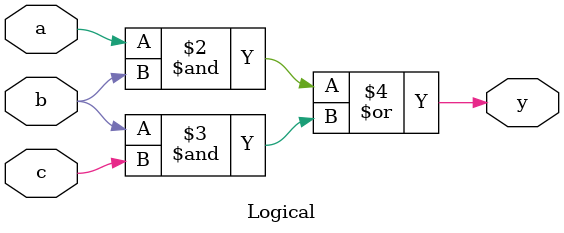
<source format=v>
module Logical(a,b,c,y);
  input a,b,c;
  output y;
  reg y;

  always @(a or b or c)  
  begin

	  y = (a & b)|(b & c);
 end
endmodule  


</source>
